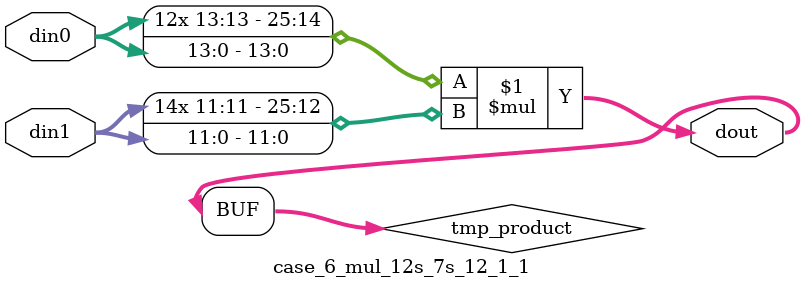
<source format=v>

`timescale 1 ns / 1 ps

 module case_6_mul_12s_7s_12_1_1(din0, din1, dout);
parameter ID = 1;
parameter NUM_STAGE = 0;
parameter din0_WIDTH = 14;
parameter din1_WIDTH = 12;
parameter dout_WIDTH = 26;

input [din0_WIDTH - 1 : 0] din0; 
input [din1_WIDTH - 1 : 0] din1; 
output [dout_WIDTH - 1 : 0] dout;

wire signed [dout_WIDTH - 1 : 0] tmp_product;



























assign tmp_product = $signed(din0) * $signed(din1);








assign dout = tmp_product;





















endmodule

</source>
